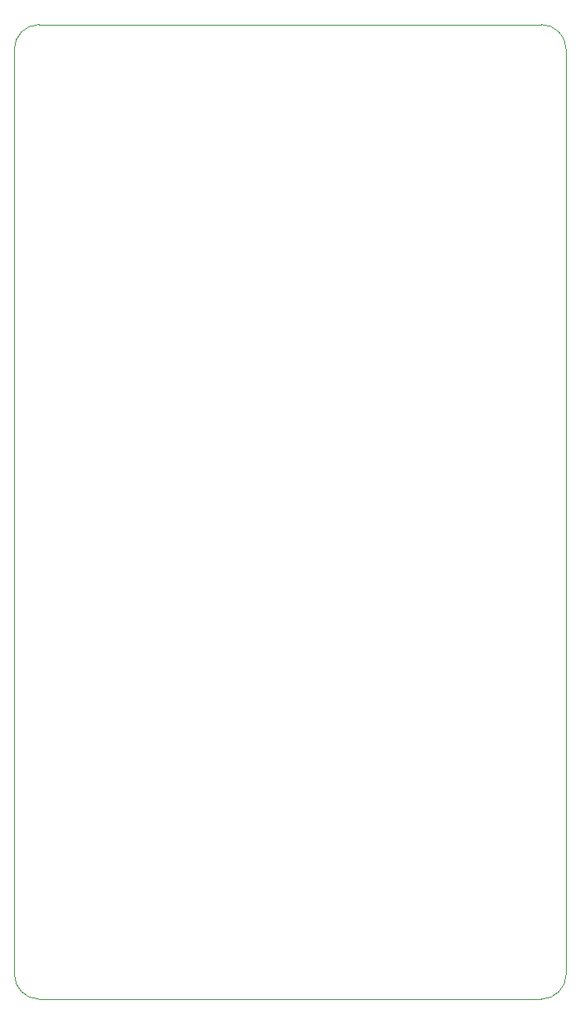
<source format=gbr>
%TF.GenerationSoftware,KiCad,Pcbnew,8.0.1*%
%TF.CreationDate,2024-11-01T23:52:36-04:00*%
%TF.ProjectId,bitaxeGamma,62697461-7865-4476-916d-6d612e6b6963,rev?*%
%TF.SameCoordinates,Original*%
%TF.FileFunction,Profile,NP*%
%FSLAX46Y46*%
G04 Gerber Fmt 4.6, Leading zero omitted, Abs format (unit mm)*
G04 Created by KiCad (PCBNEW 8.0.1) date 2024-11-01 23:52:36*
%MOMM*%
%LPD*%
G01*
G04 APERTURE LIST*
%TA.AperFunction,Profile*%
%ADD10C,0.100000*%
%TD*%
G04 APERTURE END LIST*
D10*
X79729000Y-47522000D02*
X131192000Y-47522000D01*
X133732000Y-144744000D02*
G75*
G02*
X131192000Y-147284000I-2540000J0D01*
G01*
X131192000Y-47522000D02*
G75*
G02*
X133732000Y-50062000I0J-2540000D01*
G01*
X77189000Y-50062000D02*
G75*
G02*
X79729000Y-47522000I2540000J0D01*
G01*
X131192000Y-147284000D02*
X79729000Y-147284000D01*
X133732000Y-50062000D02*
X133732000Y-144744000D01*
X79729000Y-147284000D02*
G75*
G02*
X77189000Y-144744000I0J2540000D01*
G01*
X77189000Y-144744000D02*
X77189000Y-50062000D01*
M02*

</source>
